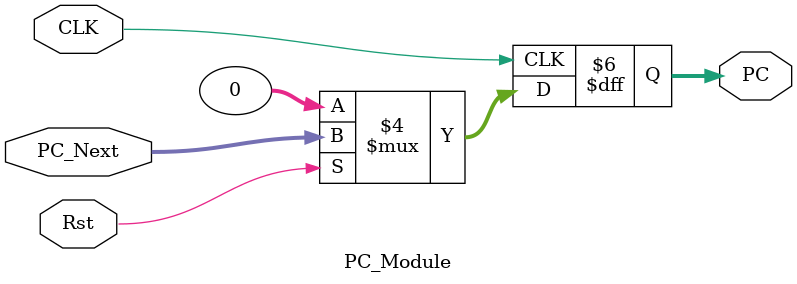
<source format=v>
module PC_Module(CLK, Rst, PC, PC_Next);
	input CLK, Rst;
	input [31:0] PC_Next;
	output reg [31:0] PC;
	
	always @(posedge CLK) begin
		if(Rst == 0) PC <= 0;
		else PC <= PC_Next;
	end 
endmodule 
</source>
